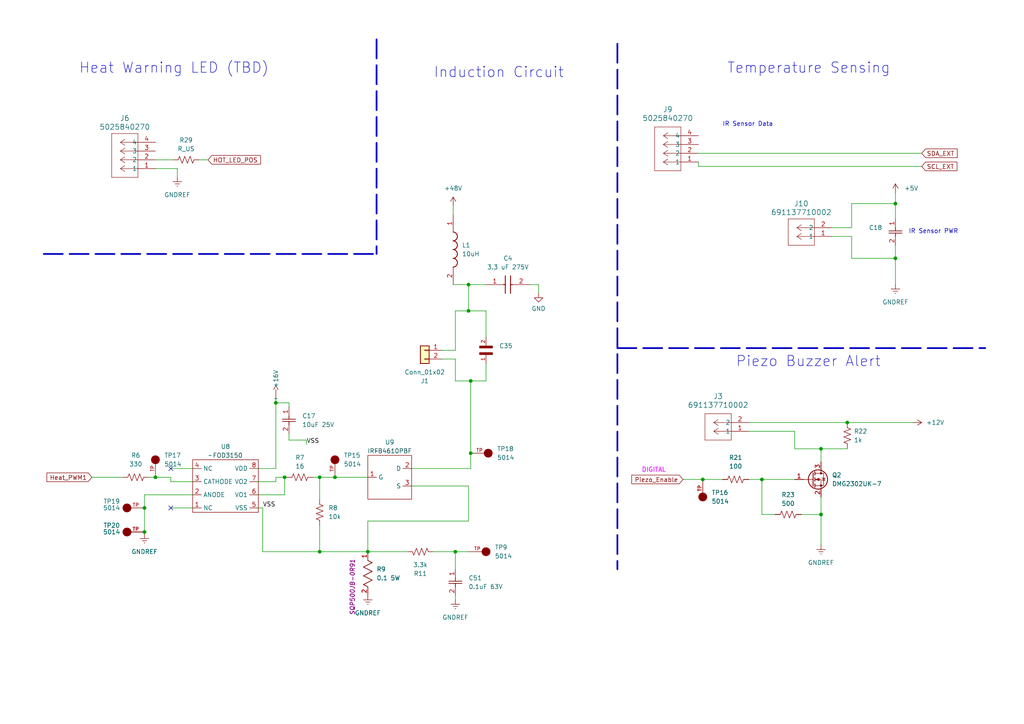
<source format=kicad_sch>
(kicad_sch (version 20230121) (generator eeschema)
  (paper "A4")
  (lib_symbols
    (symbol "2023-11-09_20-43-14:UVZ1E100MDD" (pin_names (offset 0.254))
      (property "Reference" "C" (at 3.81 3.81 0))
      (property "Value" "UVZ1E100MDD" (at 3.81 -3.81 0))
      (symbol "UVZ1E100MDD_1_1"
        (polyline (pts (xy 2.54 0) (xy 3.4798 0)) (stroke (width 0.2032)))
        (polyline (pts (xy 3.4798 -1.905) (xy 3.4798 1.905)) (stroke (width 0.2032)))
        (polyline (pts (xy 4.1148 -1.905) (xy 4.1148 1.905)) (stroke (width 0.2032)))
        (polyline (pts (xy 4.1148 0) (xy 5.08 0)) (stroke (width 0.2032)))
        (pin unspecified line (at 0 0 0) (length 2.54) (name "") (number "1"))
        (pin unspecified line (at 7.62 0 180) (length 2.54) (name "") (number "2"))
      )
      (symbol "UVZ1E100MDD_1_2"
        (polyline (pts (xy -1.905 -4.1148) (xy 1.905 -4.1148)) (stroke (width 0.2032)))
        (polyline (pts (xy -1.905 -3.4798) (xy 1.905 -3.4798)) (stroke (width 0.2032)))
        (polyline (pts (xy 0 -4.1148) (xy 0 -5.08)) (stroke (width 0.2032)))
        (polyline (pts (xy 0 -2.54) (xy 0 -3.4798)) (stroke (width 0.2032)))
        (pin unspecified line (at 0 0 270) (length 2.54) (name "") (number "1"))
        (pin unspecified line (at 0 -7.62 90) (length 2.54) (name "") (number "2"))
      )
    )
    (symbol "2023-11-09_20-51-41:860020772001" (pin_names (offset 0.254))
      (property "Reference" "C" (at 3.81 3.81 0))
      (property "Value" "860020772001" (at 3.81 -3.81 0))
      (symbol "860020772001_1_1"
        (polyline (pts (xy 2.54 0) (xy 3.4798 0)) (stroke (width 0.2032)))
        (polyline (pts (xy 3.4798 -1.905) (xy 3.4798 1.905)) (stroke (width 0.2032)))
        (polyline (pts (xy 4.1148 -1.905) (xy 4.1148 1.905)) (stroke (width 0.2032)))
        (polyline (pts (xy 4.1148 0) (xy 5.08 0)) (stroke (width 0.2032)))
        (pin unspecified line (at 0 0 0) (length 2.54) (name "") (number "1"))
        (pin unspecified line (at 7.62 0 180) (length 2.54) (name "") (number "2"))
      )
      (symbol "860020772001_1_2"
        (polyline (pts (xy -1.905 -4.1148) (xy 1.905 -4.1148)) (stroke (width 0.2032)))
        (polyline (pts (xy -1.905 -3.4798) (xy 1.905 -3.4798)) (stroke (width 0.2032)))
        (polyline (pts (xy 0 -4.1148) (xy 0 -5.08)) (stroke (width 0.2032)))
        (polyline (pts (xy 0 -2.54) (xy 0 -3.4798)) (stroke (width 0.2032)))
        (pin unspecified line (at 0 0 270) (length 2.54) (name "") (number "1"))
        (pin unspecified line (at 0 -7.62 90) (length 2.54) (name "") (number "2"))
      )
    )
    (symbol "2023-11-09_21-42-51:SQP500JB-0R91" (pin_names (offset 0.254))
      (property "Reference" "R" (at 5.715 3.81 0))
      (property "Value" "SQP500JB-0R91" (at 6.35 -3.81 0))
      (symbol "SQP500JB-0R91_1_1"
        (polyline (pts (xy 2.54 0) (xy 3.175 1.27)) (stroke (width 0.2032)))
        (polyline (pts (xy 3.175 1.27) (xy 4.445 -1.27)) (stroke (width 0.2032)))
        (polyline (pts (xy 4.445 -1.27) (xy 5.715 1.27)) (stroke (width 0.2032)))
        (polyline (pts (xy 5.715 1.27) (xy 6.985 -1.27)) (stroke (width 0.2032)))
        (polyline (pts (xy 6.985 -1.27) (xy 8.255 1.27)) (stroke (width 0.2032)))
        (polyline (pts (xy 8.255 1.27) (xy 9.525 -1.27)) (stroke (width 0.2032)))
        (polyline (pts (xy 9.525 -1.27) (xy 10.16 0)) (stroke (width 0.2032)))
        (pin unspecified line (at 0 0 0) (length 2.54) (name "") (number "1"))
        (pin unspecified line (at 12.7 0 180) (length 2.54) (name "") (number "2"))
      )
      (symbol "SQP500JB-0R91_1_2"
        (polyline (pts (xy -1.27 3.175) (xy 1.27 4.445)) (stroke (width 0.2032)))
        (polyline (pts (xy -1.27 5.715) (xy 1.27 6.985)) (stroke (width 0.2032)))
        (polyline (pts (xy -1.27 8.255) (xy 1.27 9.525)) (stroke (width 0.2032)))
        (polyline (pts (xy 0 2.54) (xy -1.27 3.175)) (stroke (width 0.2032)))
        (polyline (pts (xy 1.27 4.445) (xy -1.27 5.715)) (stroke (width 0.2032)))
        (polyline (pts (xy 1.27 6.985) (xy -1.27 8.255)) (stroke (width 0.2032)))
        (polyline (pts (xy 1.27 9.525) (xy 0 10.16)) (stroke (width 0.2032)))
        (pin unspecified line (at 0 12.7 270) (length 2.54) (name "") (number "1"))
        (pin unspecified line (at 0 0 90) (length 2.54) (name "") (number "2"))
      )
    )
    (symbol "2024-03-03_19-32-21:691137710002" (pin_names (offset 0.254))
      (property "Reference" "J" (at 8.89 6.35 0))
      (property "Value" "691137710002" (at 0 0 0))
      (symbol "691137710002_0_1"
        (polyline (pts (xy 5.08 -5.08) (xy 12.7 -5.08)) (stroke (width 0.127)))
        (polyline (pts (xy 5.08 2.54) (xy 5.08 -5.08)) (stroke (width 0.127)))
        (polyline (pts (xy 10.16 -2.54) (xy 5.08 -2.54)) (stroke (width 0.127)))
        (polyline (pts (xy 10.16 -2.54) (xy 8.89 -3.3867)) (stroke (width 0.127)))
        (polyline (pts (xy 10.16 -2.54) (xy 8.89 -1.6933)) (stroke (width 0.127)))
        (polyline (pts (xy 10.16 0) (xy 5.08 0)) (stroke (width 0.127)))
        (polyline (pts (xy 10.16 0) (xy 8.89 -0.8467)) (stroke (width 0.127)))
        (polyline (pts (xy 10.16 0) (xy 8.89 0.8467)) (stroke (width 0.127)))
        (polyline (pts (xy 12.7 -5.08) (xy 12.7 2.54)) (stroke (width 0.127)))
        (polyline (pts (xy 12.7 2.54) (xy 5.08 2.54)) (stroke (width 0.127)))
        (pin unspecified line (at 0 0 0) (length 5.08) (name "1") (number "1"))
        (pin unspecified line (at 0 -2.54 0) (length 5.08) (name "2") (number "2"))
      )
    )
    (symbol "5014:5014" (pin_names (offset 1.016))
      (property "Reference" "TP" (at -2.5444 2.5415 0))
      (property "Value" "5014" (at -2.55 -5.0866 0))
      (symbol "5014_0_0"
        (circle (center 0 0) (radius 0.635) (stroke (width 1.27)))
        (pin passive line (at -5.08 0 0) (length 5.08) (name "~") (number "TP"))
      )
    )
    (symbol "Connector_Generic:Conn_01x02" (pin_names (offset 1.016) hide)
      (property "Reference" "J" (at 0 2.54 0))
      (property "Value" "Conn_01x02" (at 0 -5.08 0))
      (symbol "Conn_01x02_1_1"
        (rectangle (start -1.27 -2.413) (end 0 -2.667) (stroke (width 0.1524)))
        (rectangle (start -1.27 0.127) (end 0 -0.127) (stroke (width 0.1524)))
        (rectangle (start -1.27 1.27) (end 1.27 -3.81) (stroke (width 0.254)) (fill (type background)))
        (pin passive line (at -5.08 0 0) (length 3.81) (name "Pin_1") (number "1"))
        (pin passive line (at -5.08 -2.54 0) (length 3.81) (name "Pin_2") (number "2"))
      )
    )
    (symbol "Device:R_US" (pin_numbers hide) (pin_names (offset 0))
      (property "Reference" "R" (at 2.54 0 90))
      (property "Value" "R_US" (at -2.54 0 90))
      (symbol "R_US_0_1"
        (polyline (pts (xy 0 -2.286) (xy 0 -2.54)))
        (polyline (pts (xy 0 2.286) (xy 0 2.54)))
        (polyline (pts (xy 0 -0.762) (xy 1.016 -1.143) (xy 0 -1.524) (xy -1.016 -1.905) (xy 0 -2.286)))
        (polyline (pts (xy 0 0.762) (xy 1.016 0.381) (xy 0 0) (xy -1.016 -0.381) (xy 0 -0.762)))
        (polyline (pts (xy 0 2.286) (xy 1.016 1.905) (xy 0 1.524) (xy -1.016 1.143) (xy 0 0.762)))
      )
      (symbol "R_US_1_1"
        (pin passive line (at 0 3.81 270) (length 1.27) (name "~") (number "1"))
        (pin passive line (at 0 -3.81 90) (length 1.27) (name "~") (number "2"))
      )
    )
    (symbol "ECQUAAF335LD:ECQUAAF335LD" (pin_names hide)
      (property "Reference" "C" (at 8.89 6.35 0))
      (property "Value" "ECQUAAF335LD" (at 8.89 3.81 0))
      (symbol "ECQUAAF335LD_1_1"
        (polyline (pts (xy 5.08 0) (xy 5.588 0)) (stroke (width 0.254)))
        (polyline (pts (xy 5.588 2.54) (xy 5.588 -2.54)) (stroke (width 0.254)))
        (polyline (pts (xy 7.112 0) (xy 7.62 0)) (stroke (width 0.254)))
        (polyline (pts (xy 7.112 2.54) (xy 7.112 -2.54)) (stroke (width 0.254)))
        (pin passive line (at 0 0 0) (length 5.08) (name "1") (number "1"))
        (pin passive line (at 12.7 0 180) (length 5.08) (name "2") (number "2"))
      )
    )
    (symbol "ECWF6754HL:ECWF6754HL" (pin_names (offset 1.016))
      (property "Reference" "C" (at 0 3.8109 0))
      (property "Value" "ECWF6754HL" (at 0 -5.0885 0))
      (symbol "ECWF6754HL_0_0"
        (rectangle (start 0 -1.9069) (end 0.635 1.905) (stroke (width 0.1)) (fill (type outline)))
        (rectangle (start 1.9069 -1.9069) (end 2.54 1.905) (stroke (width 0.1)) (fill (type outline)))
        (pin passive line (at -2.54 0 0) (length 2.54) (name "~") (number "1"))
        (pin passive line (at 5.08 0 180) (length 2.54) (name "~") (number "2"))
      )
    )
    (symbol "New_Library:IRFB4610PBF"
      (property "Reference" "U9" (at 3.81 3.81 0))
      (property "Value" "~" (at 0 0 0))
      (symbol "IRFB4610PBF_0_1"
        (rectangle (start -2.54 -1.27) (end 10.16 -13.97))
      )
      (symbol "IRFB4610PBF_1_1"
        (text "IRFB4610PBF" (at 3.81 0 0) (effects (font (size 1.27 1.27))))
        (pin unspecified line (at -2.54 -7.62 0) (length 2.54) (name "G") (number "1"))
        (pin unspecified line (at 10.16 -5.08 180) (length 2.54) (name "D") (number "2"))
        (pin unspecified line (at 10.16 -10.16 180) (length 2.54) (name "S") (number "3"))
      )
    )
    (symbol "New_Library_0:FOD3150"
      (property "Reference" "U" (at 5.08 2.54 0))
      (symbol "FOD3150_0_1"
        (rectangle (start -5.08 -1.27) (end 13.97 -16.51))
      )
      (symbol "FOD3150_1_1"
        (text "FOD3150" (at 5.08 0 0) (effects (font (size 1.27 1.27))))
        (pin input line (at -5.08 -15.24 0) (length 2.54) (name "NC") (number "1"))
        (pin input line (at -5.08 -11.43 0) (length 2.54) (name "ANODE") (number "2"))
        (pin input line (at -5.08 -7.62 0) (length 2.54) (name "CATHODE") (number "3"))
        (pin input line (at -5.08 -3.81 0) (length 2.54) (name "NC") (number "4"))
        (pin input line (at 13.97 -15.24 180) (length 2.54) (name "VSS") (number "5"))
        (pin output line (at 13.97 -11.43 180) (length 2.54) (name "VO1") (number "6"))
        (pin output line (at 13.97 -7.62 180) (length 2.54) (name "VO2") (number "7"))
        (pin input line (at 13.97 -3.81 180) (length 2.54) (name "VDD") (number "8"))
      )
    )
    (symbol "SRP1770CC-100M:SRP1770CC-100M" (pin_names hide)
      (property "Reference" "L" (at 16.51 6.35 0))
      (property "Value" "SRP1770CC-100M" (at 16.51 3.81 0))
      (symbol "SRP1770CC-100M_1_1"
        (arc (start 7.62 0) (mid 6.35 1.219) (end 5.08 0) (stroke (width 0.254)))
        (arc (start 10.16 0) (mid 8.89 1.219) (end 7.62 0) (stroke (width 0.254)))
        (arc (start 12.7 0) (mid 11.43 1.219) (end 10.16 0) (stroke (width 0.254)))
        (arc (start 15.24 0) (mid 13.97 1.219) (end 12.7 0) (stroke (width 0.254)))
        (pin passive line (at 0 0 0) (length 5.08) (name "1") (number "1"))
        (pin passive line (at 20.32 0 180) (length 5.08) (name "2") (number "2"))
      )
    )
    (symbol "Transistor_FET:DMG2302U" (pin_names hide)
      (property "Reference" "Q" (at 5.08 1.905 0))
      (property "Value" "DMG2302U" (at 5.08 0 0))
      (symbol "DMG2302U_0_1"
        (polyline (pts (xy 0.254 0) (xy -2.54 0)))
        (polyline (pts (xy 0.254 1.905) (xy 0.254 -1.905)) (stroke (width 0.254)))
        (polyline (pts (xy 0.762 -1.27) (xy 0.762 -2.286)) (stroke (width 0.254)))
        (polyline (pts (xy 0.762 0.508) (xy 0.762 -0.508)) (stroke (width 0.254)))
        (polyline (pts (xy 0.762 2.286) (xy 0.762 1.27)) (stroke (width 0.254)))
        (polyline (pts (xy 2.54 2.54) (xy 2.54 1.778)))
        (polyline (pts (xy 2.54 -2.54) (xy 2.54 0) (xy 0.762 0)))
        (polyline (pts (xy 0.762 -1.778) (xy 3.302 -1.778) (xy 3.302 1.778) (xy 0.762 1.778)))
        (polyline (pts (xy 1.016 0) (xy 2.032 0.381) (xy 2.032 -0.381) (xy 1.016 0)) (fill (type outline)))
        (polyline (pts (xy 2.794 0.508) (xy 2.921 0.381) (xy 3.683 0.381) (xy 3.81 0.254)))
        (polyline (pts (xy 3.302 0.381) (xy 2.921 -0.254) (xy 3.683 -0.254) (xy 3.302 0.381)))
        (circle (center 1.651 0) (radius 2.794) (stroke (width 0.254)))
        (circle (center 2.54 -1.778) (radius 0.254) (fill (type outline)))
        (circle (center 2.54 1.778) (radius 0.254) (fill (type outline)))
      )
      (symbol "DMG2302U_1_1"
        (pin input line (at -5.08 0 0) (length 2.54) (name "G") (number "1"))
        (pin passive line (at 2.54 -5.08 90) (length 2.54) (name "S") (number "2"))
        (pin passive line (at 2.54 5.08 270) (length 2.54) (name "D") (number "3"))
      )
    )
    (symbol "molex-2pos:5025840270" (pin_names (offset 0.254))
      (property "Reference" "J" (at 8.89 6.35 0))
      (property "Value" "5025840270" (at 0 0 0))
      (symbol "5025840270_1_1"
        (polyline (pts (xy 5.08 -10.16) (xy 12.7 -10.16)) (stroke (width 0.127)))
        (polyline (pts (xy 5.08 2.54) (xy 5.08 -10.16)) (stroke (width 0.127)))
        (polyline (pts (xy 10.16 -7.62) (xy 5.08 -7.62)) (stroke (width 0.127)))
        (polyline (pts (xy 10.16 -7.62) (xy 8.89 -8.4667)) (stroke (width 0.127)))
        (polyline (pts (xy 10.16 -7.62) (xy 8.89 -6.7733)) (stroke (width 0.127)))
        (polyline (pts (xy 10.16 -5.08) (xy 5.08 -5.08)) (stroke (width 0.127)))
        (polyline (pts (xy 10.16 -5.08) (xy 8.89 -5.9267)) (stroke (width 0.127)))
        (polyline (pts (xy 10.16 -5.08) (xy 8.89 -4.2333)) (stroke (width 0.127)))
        (polyline (pts (xy 10.16 -2.54) (xy 5.08 -2.54)) (stroke (width 0.127)))
        (polyline (pts (xy 10.16 -2.54) (xy 8.89 -3.3867)) (stroke (width 0.127)))
        (polyline (pts (xy 10.16 -2.54) (xy 8.89 -1.6933)) (stroke (width 0.127)))
        (polyline (pts (xy 10.16 0) (xy 5.08 0)) (stroke (width 0.127)))
        (polyline (pts (xy 10.16 0) (xy 8.89 -0.8467)) (stroke (width 0.127)))
        (polyline (pts (xy 10.16 0) (xy 8.89 0.8467)) (stroke (width 0.127)))
        (polyline (pts (xy 12.7 -10.16) (xy 12.7 2.54)) (stroke (width 0.127)))
        (polyline (pts (xy 12.7 2.54) (xy 5.08 2.54)) (stroke (width 0.127)))
        (pin unspecified line (at 0 0 0) (length 5.08) (name "1") (number "1"))
        (pin unspecified line (at 0 -2.54 0) (length 5.08) (name "2") (number "2"))
        (pin unspecified line (at 0 -5.08 0) (length 5.08) (name "3") (number "3"))
        (pin unspecified line (at 0 -7.62 0) (length 5.08) (name "4") (number "4"))
      )
      (symbol "5025840270_1_2"
        (polyline (pts (xy 5.08 -10.16) (xy 12.7 -10.16)) (stroke (width 0.127)))
        (polyline (pts (xy 5.08 2.54) (xy 5.08 -10.16)) (stroke (width 0.127)))
        (polyline (pts (xy 7.62 -7.62) (xy 5.08 -7.62)) (stroke (width 0.127)))
        (polyline (pts (xy 7.62 -7.62) (xy 8.89 -8.4667)) (stroke (width 0.127)))
        (polyline (pts (xy 7.62 -7.62) (xy 8.89 -6.7733)) (stroke (width 0.127)))
        (polyline (pts (xy 7.62 -5.08) (xy 5.08 -5.08)) (stroke (width 0.127)))
        (polyline (pts (xy 7.62 -5.08) (xy 8.89 -5.9267)) (stroke (width 0.127)))
        (polyline (pts (xy 7.62 -5.08) (xy 8.89 -4.2333)) (stroke (width 0.127)))
        (polyline (pts (xy 7.62 -2.54) (xy 5.08 -2.54)) (stroke (width 0.127)))
        (polyline (pts (xy 7.62 -2.54) (xy 8.89 -3.3867)) (stroke (width 0.127)))
        (polyline (pts (xy 7.62 -2.54) (xy 8.89 -1.6933)) (stroke (width 0.127)))
        (polyline (pts (xy 7.62 0) (xy 5.08 0)) (stroke (width 0.127)))
        (polyline (pts (xy 7.62 0) (xy 8.89 -0.8467)) (stroke (width 0.127)))
        (polyline (pts (xy 7.62 0) (xy 8.89 0.8467)) (stroke (width 0.127)))
        (polyline (pts (xy 12.7 -10.16) (xy 12.7 2.54)) (stroke (width 0.127)))
        (polyline (pts (xy 12.7 2.54) (xy 5.08 2.54)) (stroke (width 0.127)))
        (pin unspecified line (at 0 0 0) (length 5.08) (name "1") (number "1"))
        (pin unspecified line (at 0 -2.54 0) (length 5.08) (name "2") (number "2"))
        (pin unspecified line (at 0 -5.08 0) (length 5.08) (name "3") (number "3"))
        (pin unspecified line (at 0 -7.62 0) (length 5.08) (name "4") (number "4"))
      )
    )
    (symbol "more_powerSymbols:+16V" (power) (in_bom no) (on_board no)
      (property "Reference" "#PWR" (at 3.81 -1.27 0))
      (symbol "+16V_1_1"
        (pin power_in clock (at 0 0 90) (length 2.54) (name "+16V") (number ""))
      )
    )
    (symbol "power:+12V" (power) (pin_names (offset 0))
      (property "Value" "+12V" (at 0 3.556 0))
      (symbol "+12V_0_1"
        (polyline (pts (xy -0.762 1.27) (xy 0 2.54)))
        (polyline (pts (xy 0 0) (xy 0 2.54)))
        (polyline (pts (xy 0 2.54) (xy 0.762 1.27)))
      )
      (symbol "+12V_1_1"
        (pin power_in line (at 0 0 90) (length 0) hide (name "+12V") (number "1"))
      )
    )
    (symbol "power:+48V" (power) (pin_names (offset 0))
      (property "Value" "+48V" (at 0 3.556 0))
      (symbol "+48V_0_1"
        (polyline (pts (xy -0.762 1.27) (xy 0 2.54)))
        (polyline (pts (xy 0 0) (xy 0 2.54)))
        (polyline (pts (xy 0 2.54) (xy 0.762 1.27)))
      )
      (symbol "+48V_1_1"
        (pin power_in line (at 0 0 90) (length 0) hide (name "+48V") (number "1"))
      )
    )
    (symbol "power:+5V" (power) (pin_names (offset 0))
      (property "Value" "+5V" (at 0 3.556 0))
      (symbol "+5V_0_1"
        (polyline (pts (xy -0.762 1.27) (xy 0 2.54)))
        (polyline (pts (xy 0 0) (xy 0 2.54)))
        (polyline (pts (xy 0 2.54) (xy 0.762 1.27)))
      )
      (symbol "+5V_1_1"
        (pin power_in line (at 0 0 90) (length 0) hide (name "+5V") (number "1"))
      )
    )
    (symbol "power:GND" (power) (pin_names (offset 0))
      (property "Value" "GND" (at 0 -3.81 0))
      (symbol "GND_0_1"
        (polyline (pts (xy 0 0) (xy 0 -1.27) (xy 1.27 -1.27) (xy 0 -2.54) (xy -1.27 -1.27) (xy 0 -1.27)))
      )
      (symbol "GND_1_1"
        (pin power_in line (at 0 0 270) (length 0) hide (name "GND") (number "1"))
      )
    )
    (symbol "power:GNDREF" (power) (pin_names (offset 0))
      (property "Value" "GNDREF" (at 0 -3.81 0))
      (symbol "GNDREF_0_1"
        (polyline (pts (xy -0.635 -1.905) (xy 0.635 -1.905)))
        (polyline (pts (xy -0.127 -2.54) (xy 0.127 -2.54)))
        (polyline (pts (xy 0 -1.27) (xy 0 0)))
        (polyline (pts (xy 1.27 -1.27) (xy -1.27 -1.27)))
      )
      (symbol "GNDREF_1_1"
        (pin power_in line (at 0 0 270) (length 0) hide (name "GNDREF") (number "1"))
      )
    )
  )
  (junction (at 238.125 130.175))
  (junction (at 92.71 138.43))
  (junction (at 45.085 138.43))
  (junction (at 259.715 59.055))
  (junction (at 245.745 122.555))
  (junction (at 203.835 139.065))
  (junction (at 82.55 138.43))
  (junction (at 259.715 74.93))
  (junction (at 97.155 138.43))
  (junction (at 41.91 147.32))
  (junction (at 238.125 149.225))
  (junction (at 92.71 160.02))
  (junction (at 41.91 154.305))
  (junction (at 106.68 160.02))
  (junction (at 136.525 110.49))
  (junction (at 220.98 139.065))
  (junction (at 80.01 116.84))
  (junction (at 135.89 82.55))
  (junction (at 132.08 160.02))
  (junction (at 136.525 131.445))
  (junction (at 135.89 90.17))
  (no_connect (at 49.53 147.32))
  (no_connect (at 49.53 135.89))
  (wire (pts (xy 230.505 125.095) (xy 230.505 130.175)))
  (wire (pts (xy 26.67 138.43) (xy 35.56 138.43)))
  (wire (pts (xy 247.015 68.58) (xy 247.015 74.93)))
  (wire (pts (xy 238.125 130.175) (xy 245.745 130.175)))
  (wire (pts (xy 41.91 154.305) (xy 41.91 154.94)))
  (wire (pts (xy 92.71 152.4) (xy 92.71 160.02)))
  (wire (pts (xy 136.525 110.49) (xy 140.97 110.49)))
  (wire (pts (xy 259.715 74.93) (xy 259.715 82.55)))
  (wire (pts (xy 43.18 138.43) (xy 45.085 138.43)))
  (wire (pts (xy 106.68 151.13) (xy 106.68 160.02)))
  (wire (pts (xy 106.68 160.02) (xy 118.11 160.02)))
  (wire (pts (xy 232.41 149.225) (xy 238.125 149.225)))
  (wire (pts (xy 83.82 116.84) (xy 83.82 118.11)))
  (wire (pts (xy 74.93 139.7) (xy 80.01 139.7)))
  (wire (pts (xy 128.27 104.14) (xy 132.08 104.14)))
  (wire (pts (xy 135.89 90.17) (xy 140.97 90.17)))
  (wire (pts (xy 83.82 127.635) (xy 83.82 125.73)))
  (wire (pts (xy 202.565 48.26) (xy 202.565 46.99)))
  (wire (pts (xy 41.91 143.51) (xy 41.91 147.32)))
  (wire (pts (xy 202.565 44.45) (xy 267.335 44.45)))
  (wire (pts (xy 135.89 140.97) (xy 135.89 151.13)))
  (wire (pts (xy 49.53 135.89) (xy 55.88 135.89)))
  (wire (pts (xy 247.015 74.93) (xy 259.715 74.93)))
  (wire (pts (xy 97.155 138.43) (xy 106.68 138.43)))
  (wire (pts (xy 238.125 144.145) (xy 238.125 149.225)))
  (wire (pts (xy 74.93 135.89) (xy 80.01 135.89)))
  (wire (pts (xy 51.435 48.895) (xy 45.085 48.895)))
  (wire (pts (xy 202.565 48.26) (xy 267.335 48.26)))
  (wire (pts (xy 132.08 172.72) (xy 132.08 173.99)))
  (wire (pts (xy 41.91 147.32) (xy 41.91 154.305)))
  (wire (pts (xy 80.01 116.84) (xy 80.01 135.89)))
  (wire (pts (xy 241.3 66.04) (xy 247.015 66.04)))
  (wire (pts (xy 238.125 130.175) (xy 238.125 133.985)))
  (wire (pts (xy 125.73 160.02) (xy 132.08 160.02)))
  (wire (pts (xy 119.38 135.89) (xy 136.525 135.89)))
  (wire (pts (xy 220.98 139.065) (xy 230.505 139.065)))
  (wire (pts (xy 135.89 151.13) (xy 106.68 151.13)))
  (wire (pts (xy 140.97 105.41) (xy 140.97 110.49)))
  (wire (pts (xy 259.715 55.88) (xy 259.715 59.055)))
  (wire (pts (xy 217.17 139.065) (xy 220.98 139.065)))
  (wire (pts (xy 247.015 66.04) (xy 247.015 59.055)))
  (wire (pts (xy 88.9 127.635) (xy 83.82 127.635)))
  (wire (pts (xy 132.08 90.17) (xy 135.89 90.17)))
  (wire (pts (xy 83.82 116.84) (xy 80.01 116.84)))
  (wire (pts (xy 230.505 130.175) (xy 238.125 130.175)))
  (wire (pts (xy 132.08 90.17) (xy 132.08 101.6)))
  (wire (pts (xy 55.88 139.7) (xy 49.53 139.7)))
  (wire (pts (xy 76.2 160.02) (xy 76.2 147.32)))
  (wire (pts (xy 80.01 138.43) (xy 82.55 138.43)))
  (wire (pts (xy 80.01 139.7) (xy 80.01 138.43)))
  (wire (pts (xy 238.125 149.225) (xy 238.125 158.115)))
  (wire (pts (xy 51.435 48.895) (xy 51.435 51.435)))
  (wire (pts (xy 136.525 110.49) (xy 136.525 131.445)))
  (wire (pts (xy 259.715 71.12) (xy 259.715 74.93)))
  (wire (pts (xy 41.91 143.51) (xy 55.88 143.51)))
  (wire (pts (xy 140.97 82.55) (xy 135.89 82.55)))
  (wire (pts (xy 135.89 82.55) (xy 135.89 90.17)))
  (wire (pts (xy 156.21 82.55) (xy 156.21 85.09)))
  (polyline (pts (xy 179.07 12.7) (xy 179.07 165.1)) (stroke (width 0.5) (type dash)))
  (wire (pts (xy 119.38 140.97) (xy 135.89 140.97)))
  (wire (pts (xy 217.17 125.095) (xy 230.505 125.095)))
  (wire (pts (xy 153.67 82.55) (xy 156.21 82.55)))
  (wire (pts (xy 90.805 138.43) (xy 92.71 138.43)))
  (wire (pts (xy 132.08 104.14) (xy 132.08 110.49)))
  (polyline (pts (xy 109.22 11.43) (xy 109.22 73.66)) (stroke (width 0.5) (type dash)))
  (wire (pts (xy 131.445 59.69) (xy 131.445 62.23)))
  (wire (pts (xy 45.085 138.43) (xy 49.53 138.43)))
  (wire (pts (xy 198.12 139.065) (xy 203.835 139.065)))
  (wire (pts (xy 241.3 68.58) (xy 247.015 68.58)))
  (polyline (pts (xy 12.7 73.66) (xy 109.22 73.66)) (stroke (width 0.5) (type dash)))
  (wire (pts (xy 203.835 139.065) (xy 209.55 139.065)))
  (wire (pts (xy 57.785 46.355) (xy 60.325 46.355)))
  (wire (pts (xy 131.445 82.55) (xy 135.89 82.55)))
  (wire (pts (xy 132.08 101.6) (xy 128.27 101.6)))
  (wire (pts (xy 45.085 46.355) (xy 50.165 46.355)))
  (wire (pts (xy 76.2 160.02) (xy 92.71 160.02)))
  (wire (pts (xy 88.9 127.635) (xy 88.9 128.905)))
  (wire (pts (xy 217.17 122.555) (xy 245.745 122.555)))
  (wire (pts (xy 92.71 138.43) (xy 92.71 144.78)))
  (wire (pts (xy 92.71 138.43) (xy 97.155 138.43)))
  (wire (pts (xy 80.01 115.57) (xy 80.01 116.84)))
  (wire (pts (xy 132.08 110.49) (xy 136.525 110.49)))
  (wire (pts (xy 49.53 147.32) (xy 55.88 147.32)))
  (wire (pts (xy 245.745 122.555) (xy 264.795 122.555)))
  (wire (pts (xy 220.98 149.225) (xy 220.98 139.065)))
  (wire (pts (xy 140.97 90.17) (xy 140.97 97.79)))
  (wire (pts (xy 49.53 139.7) (xy 49.53 138.43)))
  (wire (pts (xy 224.79 149.225) (xy 220.98 149.225)))
  (wire (pts (xy 82.55 143.51) (xy 82.55 138.43)))
  (wire (pts (xy 136.525 131.445) (xy 136.525 135.89)))
  (wire (pts (xy 82.55 138.43) (xy 83.185 138.43)))
  (wire (pts (xy 76.2 147.32) (xy 74.93 147.32)))
  (wire (pts (xy 132.08 160.02) (xy 132.08 165.1)))
  (wire (pts (xy 92.71 160.02) (xy 106.68 160.02)))
  (polyline (pts (xy 179.07 100.965) (xy 285.75 100.965)) (stroke (width 0.5) (type dash)))
  (wire (pts (xy 247.015 59.055) (xy 259.715 59.055)))
  (wire (pts (xy 259.715 59.055) (xy 259.715 63.5)))
  (wire (pts (xy 74.93 143.51) (xy 82.55 143.51)))
  (wire (pts (xy 132.08 160.02) (xy 135.89 160.02)))
  (text "DIGITAL" (at 186.055 137.16 0) (effects (font (size 1.27 1.27) bold) (justify left bottom)))
  (text "Heat Warning LED (TBD)" (at 22.86 21.59 0) (effects (font (size 3 3)) (justify left bottom)))
  (text "IR Sensor Data\n" (at 209.55 36.83 0) (effects (font (size 1.27 1.27)) (justify left bottom)))
  (text "IR Sensor PWR" (at 263.525 67.945 0) (effects (font (size 1.27 1.27)) (justify left bottom)))
  (text "Induction Circuit" (at 125.73 22.86 0) (effects (font (size 3 3)) (justify left bottom)))
  (text "Temperature Sensing" (at 210.82 21.59 0) (effects (font (size 3 3)) (justify left bottom)))
  (text "Piezo Buzzer Alert" (at 213.36 106.68 0) (effects (font (size 3 3)) (justify left bottom)))
  (label "VSS" (at 88.9 128.905 0))
  (label "VSS" (at 76.2 147.32 0))
  (global_label "Heat_PWM1" (shape input) (at 26.67 138.43 180) (property "Intersheetrefs" "${INTERSHEET_REFS}" (effects hide)))
  (global_label "HOT_LED_POS" (shape input) (at 60.325 46.355 0) (property "Intersheetrefs" "${INTERSHEET_REFS}" (effects hide)))
  (global_label "SDA_EXT" (shape input) (at 267.335 44.45 0) (property "Intersheetrefs" "${INTERSHEET_REFS}" (effects hide)))
  (global_label "Piezo_Enable" (shape input) (at 198.12 139.065 180) (property "Intersheetrefs" "${INTERSHEET_REFS}" (effects hide)))
  (global_label "SCL_EXT" (shape input) (at 267.335 48.26 0) (property "Intersheetrefs" "${INTERSHEET_REFS}" (effects hide)))
  (symbol (lib_id "New_Library:IRFB4610PBF") (at 109.22 130.81 0) (unit 1)
    (property "Reference" "U9" (at 113.03 128.27 0))
    (property "Value" "~" (at 109.22 130.81 0))
    (property "Footprint" "footprints:IRFB4610PBF" (effects hide))
  )
  (symbol (lib_id "Connector_Generic:Conn_01x02") (at 123.19 101.6 0) (mirror y) (unit 1)
    (property "Reference" "J1" (at 123.19 110.49 0))
    (property "Value" "Conn_01x02" (at 123.19 107.95 0))
    (property "Footprint" "footprints:CONN2_710002_WRE" (effects hide))
  )
  (symbol (lib_id "power:+48V") (at 131.445 59.69 0) (unit 1)
    (property "Reference" "#PWR021" (effects hide))
    (property "Value" "+48V" (at 131.445 54.61 0))
  )
  (symbol (lib_id "Device:R_US") (at 121.92 160.02 90) (mirror x) (unit 1)
    (property "Reference" "R11" (at 121.92 166.37 90))
    (property "Value" "3.3k" (at 121.92 163.83 90))
    (property "Footprint" "footprints:RESC2012X60N" (effects hide))
  )
  (symbol (lib_id "5014:5014") (at 97.155 133.35 90) (unit 1)
    (property "Reference" "TP15" (at 99.695 132.08 90) (effects (justify right)))
    (property "Value" "5014" (at 99.695 134.62 90) (effects (justify right)))
    (property "Footprint" "footprints:TP_5014" (effects hide))
    (property "MF" "Keystone" (effects hide))
    (property "MAXIMUM_PACKAGE_HEIGHT" "8.13 mm" (effects hide))
    (property "Package" "None" (effects hide))
    (property "Price" "None" (effects hide))
    (property "Check_prices" "https://www.snapeda.com/parts/5014/Keystone/view-part/?ref=eda" (effects hide))
    (property "STANDARD" "Manufacturer Recommendations" (effects hide))
    (property "PARTREV" "F" (effects hide))
    (property "SnapEDA_Link" "https://www.snapeda.com/parts/5014/Keystone/view-part/?ref=snap" (effects hide))
    (property "MP" "5014" (effects hide))
    (property "Purchase-URL" "https://www.snapeda.com/api/url_track_click_mouser/?unipart_id=500798&manufacturer=Keystone&part_name=5014&search_term=	 pc test point multipurpos" (effects hide))
    (property "Description" "\nTest Point MultiPurpose THM H .445 Nylon 46 Insulated Yel PhosBronze/Silver | Keystone Electronics 5014\n" (effects hide))
    (property "MANUFACTURER" "Keystone Electronics" (effects hide))
    (property "Availability" "In Stock" (effects hide))
    (property "SNAPEDA_PN" "5010" (effects hide))
  )
  (symbol (lib_id "Device:R_US") (at 228.6 149.225 90) (unit 1)
    (property "Reference" "R23" (at 228.6 143.51 90))
    (property "Value" "500" (at 228.6 146.05 90))
    (property "Footprint" "footprints:RESC2012X60N" (effects hide))
  )
  (symbol (lib_id "5014:5014") (at 141.605 131.445 0) (unit 1)
    (property "Reference" "TP18" (at 144.145 130.175 0) (effects (justify left)))
    (property "Value" "5014" (at 144.145 132.715 0) (effects (justify left)))
    (property "Footprint" "footprints:TP_5014" (effects hide))
    (property "MF" "Keystone" (effects hide))
    (property "MAXIMUM_PACKAGE_HEIGHT" "8.13 mm" (effects hide))
    (property "Package" "None" (effects hide))
    (property "Price" "None" (effects hide))
    (property "Check_prices" "https://www.snapeda.com/parts/5014/Keystone/view-part/?ref=eda" (effects hide))
    (property "STANDARD" "Manufacturer Recommendations" (effects hide))
    (property "PARTREV" "F" (effects hide))
    (property "SnapEDA_Link" "https://www.snapeda.com/parts/5014/Keystone/view-part/?ref=snap" (effects hide))
    (property "MP" "5014" (effects hide))
    (property "Purchase-URL" "https://www.snapeda.com/api/url_track_click_mouser/?unipart_id=500798&manufacturer=Keystone&part_name=5014&search_term=	 pc test point multipurpos" (effects hide))
    (property "Description" "\nTest Point MultiPurpose THM H .445 Nylon 46 Insulated Yel PhosBronze/Silver | Keystone Electronics 5014\n" (effects hide))
    (property "MANUFACTURER" "Keystone Electronics" (effects hide))
    (property "Availability" "In Stock" (effects hide))
    (property "SNAPEDA_PN" "5010" (effects hide))
  )
  (symbol (lib_id "power:GNDREF") (at 238.125 158.115 0) (unit 1)
    (property "Reference" "#PWR066" (effects hide))
    (property "Value" "GNDREF" (at 238.125 163.195 0))
  )
  (symbol (lib_id "Device:R_US") (at 245.745 126.365 0) (unit 1)
    (property "Reference" "R22" (at 247.65 125.095 0) (effects (justify left)))
    (property "Value" "1k" (at 247.65 127.635 0) (effects (justify left)))
    (property "Footprint" "footprints:RESC2012X60N" (effects hide))
  )
  (symbol (lib_id "Device:R_US") (at 53.975 46.355 90) (unit 1)
    (property "Reference" "R29" (at 53.975 40.64 90))
    (property "Value" "R_US" (at 53.975 43.18 90))
    (property "Footprint" "footprints:RESC2012X60N" (effects hide))
  )
  (symbol (lib_id "5014:5014") (at 140.97 160.02 0) (unit 1)
    (property "Reference" "TP9" (at 143.51 158.75 0) (effects (justify left)))
    (property "Value" "5014" (at 143.51 161.29 0) (effects (justify left)))
    (property "Footprint" "footprints:TP_5014" (effects hide))
    (property "MF" "Keystone" (effects hide))
    (property "MAXIMUM_PACKAGE_HEIGHT" "8.13 mm" (effects hide))
    (property "Package" "None" (effects hide))
    (property "Price" "None" (effects hide))
    (property "Check_prices" "https://www.snapeda.com/parts/5014/Keystone/view-part/?ref=eda" (effects hide))
    (property "STANDARD" "Manufacturer Recommendations" (effects hide))
    (property "PARTREV" "F" (effects hide))
    (property "SnapEDA_Link" "https://www.snapeda.com/parts/5014/Keystone/view-part/?ref=snap" (effects hide))
    (property "MP" "5014" (effects hide))
    (property "Purchase-URL" "https://www.snapeda.com/api/url_track_click_mouser/?unipart_id=500798&manufacturer=Keystone&part_name=5014&search_term=	 pc test point multipurpos" (effects hide))
    (property "Description" "\nTest Point MultiPurpose THM H .445 Nylon 46 Insulated Yel PhosBronze/Silver | Keystone Electronics 5014\n" (effects hide))
    (property "MANUFACTURER" "Keystone Electronics" (effects hide))
    (property "Availability" "In Stock" (effects hide))
    (property "SNAPEDA_PN" "5010" (effects hide))
  )
  (symbol (lib_id "power:GNDREF") (at 41.91 154.94 0) (unit 1)
    (property "Reference" "#PWR017" (effects hide))
    (property "Value" "GNDREF" (at 41.91 160.02 0))
  )
  (symbol (lib_id "SRP1770CC-100M:SRP1770CC-100M") (at 131.445 62.23 270) (unit 1)
    (property "Reference" "L1" (at 133.985 71.12 90) (effects (justify left)))
    (property "Value" "10uH" (at 133.985 73.66 90) (effects (justify left)))
    (property "Footprint" "footprints:INDPM176169X700N" (effects hide))
    (property "Datasheet" "https://www.bourns.com/docs/Product-Datasheets/SRP1770CC.pdf" (effects hide))
    (property "Height" "7" (effects hide))
    (property "Manufacturer_Name" "Bourns" (effects hide))
    (property "Manufacturer_Part_Number" "SRP1770CC-100M" (effects hide))
  )
  (symbol (lib_id "2023-11-09_20-43-14:UVZ1E100MDD") (at 83.82 118.11 270) (unit 1)
    (property "Reference" "C17" (at 87.63 120.65 90) (effects (justify left)))
    (property "Value" "10uF 25V" (at 87.63 123.19 90) (effects (justify left)))
    (property "Footprint" "footprints:CAPC2012X94N" (effects hide))
    (property "Datasheet" "UVZ1E100MDD" (effects hide))
  )
  (symbol (lib_id "2023-11-09_21-42-51:SQP500JB-0R91") (at 106.68 160.02 270) (unit 1)
    (property "Reference" "R9" (at 109.22 165.1 90) (effects (justify left)))
    (property "Value" "0.1 5W" (at 109.22 167.64 90) (effects (justify left)))
    (property "Footprint" "footprints:RES_SQP500_22X9P5_YAG" (effects hide))
    (property "Datasheet" "SQP500JB-0R91" (at 102.235 170.18 0) (effects (font italic)))
  )
  (symbol (lib_id "power:GND") (at 156.21 85.09 0) (unit 1)
    (property "Reference" "#PWR019" (effects hide))
    (property "Value" "GND" (at 156.21 89.5096 0))
  )
  (symbol (lib_id "5014:5014") (at 203.835 144.145 270) (unit 1)
    (property "Reference" "TP16" (at 206.375 142.875 90) (effects (justify left)))
    (property "Value" "5014" (at 206.375 145.415 90) (effects (justify left)))
    (property "Footprint" "footprints:TP_5014" (effects hide))
    (property "MF" "Keystone" (effects hide))
    (property "MAXIMUM_PACKAGE_HEIGHT" "8.13 mm" (effects hide))
    (property "Package" "None" (effects hide))
    (property "Price" "None" (effects hide))
    (property "Check_prices" "https://www.snapeda.com/parts/5014/Keystone/view-part/?ref=eda" (effects hide))
    (property "STANDARD" "Manufacturer Recommendations" (effects hide))
    (property "PARTREV" "F" (effects hide))
    (property "SnapEDA_Link" "https://www.snapeda.com/parts/5014/Keystone/view-part/?ref=snap" (effects hide))
    (property "MP" "5014" (effects hide))
    (property "Purchase-URL" "https://www.snapeda.com/api/url_track_click_mouser/?unipart_id=500798&manufacturer=Keystone&part_name=5014&search_term=	 pc test point multipurpos" (effects hide))
    (property "Description" "\nTest Point MultiPurpose THM H .445 Nylon 46 Insulated Yel PhosBronze/Silver | Keystone Electronics 5014\n" (effects hide))
    (property "MANUFACTURER" "Keystone Electronics" (effects hide))
    (property "Availability" "In Stock" (effects hide))
    (property "SNAPEDA_PN" "5010" (effects hide))
  )
  (symbol (lib_id "power:+5V") (at 259.715 55.88 0) (unit 1)
    (property "Reference" "#PWR068" (effects hide))
    (property "Value" "+5V" (at 262.255 54.61 0) (effects (justify left)))
  )
  (symbol (lib_id "Device:R_US") (at 213.36 139.065 90) (unit 1)
    (property "Reference" "R21" (at 213.36 132.715 90))
    (property "Value" "100" (at 213.36 135.255 90))
    (property "Footprint" "footprints:RESC2012X60N" (effects hide))
  )
  (symbol (lib_id "5014:5014") (at 45.085 133.35 90) (unit 1)
    (property "Reference" "TP17" (at 47.625 132.08 90) (effects (justify right)))
    (property "Value" "5014" (at 47.625 134.62 90) (effects (justify right)))
    (property "Footprint" "footprints:TP_5014" (effects hide))
    (property "MF" "Keystone" (effects hide))
    (property "MAXIMUM_PACKAGE_HEIGHT" "8.13 mm" (effects hide))
    (property "Package" "None" (effects hide))
    (property "Price" "None" (effects hide))
    (property "Check_prices" "https://www.snapeda.com/parts/5014/Keystone/view-part/?ref=eda" (effects hide))
    (property "STANDARD" "Manufacturer Recommendations" (effects hide))
    (property "PARTREV" "F" (effects hide))
    (property "SnapEDA_Link" "https://www.snapeda.com/parts/5014/Keystone/view-part/?ref=snap" (effects hide))
    (property "MP" "5014" (effects hide))
    (property "Purchase-URL" "https://www.snapeda.com/api/url_track_click_mouser/?unipart_id=500798&manufacturer=Keystone&part_name=5014&search_term=	 pc test point multipurpos" (effects hide))
    (property "Description" "\nTest Point MultiPurpose THM H .445 Nylon 46 Insulated Yel PhosBronze/Silver | Keystone Electronics 5014\n" (effects hide))
    (property "MANUFACTURER" "Keystone Electronics" (effects hide))
    (property "Availability" "In Stock" (effects hide))
    (property "SNAPEDA_PN" "5010" (effects hide))
  )
  (symbol (lib_id "molex-2pos:5025840270") (at 202.565 46.99 180) (unit 1)
    (property "Reference" "J9" (at 193.675 31.75 0) (effects (font (size 1.524 1.524))))
    (property "Value" "5025840270" (at 193.675 34.29 0) (effects (font (size 1.524 1.524))))
    (property "Footprint" "footprints:CON_5025840270_MOL" (effects hide))
    (property "Datasheet" "5025840270" (effects hide))
  )
  (symbol (lib_id "2023-11-09_20-51-41:860020772001") (at 132.08 165.1 270) (unit 1)
    (property "Reference" "C51" (at 135.89 167.64 90) (effects (justify left)))
    (property "Value" "0.1uF 63V" (at 135.89 170.18 90) (effects (justify left)))
    (property "Footprint" "footprints:CAPC2012X94N" (effects hide))
    (property "Datasheet" "860020772001" (effects hide))
  )
  (symbol (lib_id "2024-03-03_19-32-21:691137710002") (at 241.3 68.58 180) (unit 1)
    (property "Reference" "J10" (at 232.41 59.055 0) (effects (font (size 1.524 1.524))))
    (property "Value" "691137710002" (at 232.41 61.595 0) (effects (font (size 1.524 1.524))))
    (property "Footprint" "footprints:CONN2_710002_WRE" (effects hide))
    (property "Datasheet" "691137710002" (effects hide))
  )
  (symbol (lib_id "Device:R_US") (at 39.37 138.43 90) (unit 1)
    (property "Reference" "R6" (at 39.37 132.08 90))
    (property "Value" "330" (at 39.37 134.62 90))
    (property "Footprint" "footprints:RESC2012X60N" (effects hide))
  )
  (symbol (lib_id "ECWF6754HL:ECWF6754HL") (at 140.97 102.87 90) (unit 1)
    (property "Reference" "C35" (at 144.78 100.33 90) (effects (justify right)))
    (property "Value" "ECWF6754HL" (effects hide))
    (property "Footprint" "footprints:CAPRR2500W80L2800T1330H1990" (effects hide))
    (property "PARTREV" "11-Oct-17" (effects hide))
    (property "STANDARD" "IPC-7351B" (effects hide))
    (property "MAXIMUM_PACKAGE_HEIGHT" "19.9 mm" (effects hide))
    (property "MANUFACTURER" "Panasonic" (effects hide))
  )
  (symbol (lib_id "power:+12V") (at 264.795 122.555 270) (unit 1)
    (property "Reference" "#PWR064" (effects hide))
    (property "Value" "+12V" (at 268.605 122.555 90) (effects (justify left)))
  )
  (symbol (lib_id "2024-03-03_19-32-21:691137710002") (at 217.17 125.095 180) (unit 1)
    (property "Reference" "J3" (at 208.28 114.935 0) (effects (font (size 1.524 1.524))))
    (property "Value" "691137710002" (at 208.28 117.475 0) (effects (font (size 1.524 1.524))))
    (property "Footprint" "footprints:CONN2_710002_WRE" (effects hide))
    (property "Datasheet" "691137710002" (effects hide))
  )
  (symbol (lib_id "Device:R_US") (at 86.995 138.43 90) (unit 1)
    (property "Reference" "R7" (at 86.995 132.715 90))
    (property "Value" "16" (at 86.995 135.255 90))
    (property "Footprint" "footprints:RESC2012X60N" (effects hide))
  )
  (symbol (lib_id "power:GNDREF") (at 132.08 173.99 0) (unit 1)
    (property "Reference" "#PWR022" (effects hide))
    (property "Value" "GNDREF" (at 132.08 179.07 0))
  )
  (symbol (lib_id "power:GNDREF") (at 259.715 82.55 0) (unit 1)
    (property "Reference" "#PWR060" (effects hide))
    (property "Value" "GNDREF" (at 259.715 87.63 0))
  )
  (symbol (lib_id "ECQUAAF335LD:ECQUAAF335LD") (at 140.97 82.55 0) (unit 1)
    (property "Reference" "C4" (at 147.32 74.93 0))
    (property "Value" "3.3 uF 275V" (at 147.32 77.47 0))
    (property "Footprint" "footprints:CAP_ECQUA_41.0LX15.0TX30.0H_PAN" (effects hide))
    (property "Datasheet" "https://industrial.panasonic.com/cdbs/www-data/pdf/RDI0000/ABD0000C249.pdf" (effects hide))
    (property "Height" "30.5" (effects hide))
    (property "Manufacturer_Name" "Panasonic" (effects hide))
    (property "Manufacturer_Part_Number" "ECQUAAF335LD" (effects hide))
  )
  (symbol (lib_id "power:GNDREF") (at 51.435 51.435 0) (unit 1)
    (property "Reference" "#PWR059" (effects hide))
    (property "Value" "GNDREF" (at 51.435 56.515 0))
  )
  (symbol (lib_id "2023-11-09_20-51-41:860020772001") (at 259.715 63.5 90) (mirror x) (unit 1)
    (property "Reference" "C18" (at 255.905 66.04 90) (effects (justify left)))
    (property "Value" "0.1uF 63V" (effects hide))
    (property "Footprint" "footprints:CAPC2012X94N" (effects hide))
    (property "Datasheet" "860020772001" (effects hide))
  )
  (symbol (lib_id "molex-2pos:5025840270") (at 45.085 48.895 180) (unit 1)
    (property "Reference" "J6" (at 36.195 34.29 0) (effects (font (size 1.524 1.524))))
    (property "Value" "5025840270" (at 36.195 36.83 0) (effects (font (size 1.524 1.524))))
    (property "Footprint" "footprints:CON_5025840270_MOL" (effects hide))
    (property "Datasheet" "5025840270" (effects hide))
  )
  (symbol (lib_id "Device:R_US") (at 92.71 148.59 180) (unit 1)
    (property "Reference" "R8" (at 95.25 147.32 0) (effects (justify right)))
    (property "Value" "10k" (at 95.25 149.86 0) (effects (justify right)))
    (property "Footprint" "footprints:RESC2012X60N" (effects hide))
  )
  (symbol (lib_id "New_Library_0:FOD3150") (at 60.96 132.08 0) (unit 1)
    (property "Reference" "U8" (at 65.405 129.54 0))
    (property "Value" "~" (at 60.96 132.08 0))
    (property "Footprint" "footprints:FOD3150_footprint" (effects hide))
  )
  (symbol (lib_id "Transistor_FET:DMG2302U") (at 235.585 139.065 0) (unit 1)
    (property "Reference" "Q2" (at 241.3 137.795 0) (effects (justify left)))
    (property "Value" "DMG2302UK-7" (at 241.3 140.335 0) (effects (justify left)))
    (property "Footprint" "footprints:DMG2302UK-7_Footprint" (effects hide))
    (property "Datasheet" "http://www.diodes.com/assets/Datasheets/DMG2302UK.pdf" (effects hide))
  )
  (symbol (lib_id "power:GNDREF") (at 106.68 172.72 0) (unit 1)
    (property "Reference" "#PWR020" (effects hide))
    (property "Value" "GNDREF" (at 106.68 177.8 0))
  )
  (symbol (lib_id "more_powerSymbols:+16V") (at 80.01 115.57 0) (unit 1) (in_bom no) (on_board no)
    (property "Reference" "#PWR018" (effects hide))
    (property "Value" "~" (at 80.01 115.57 0))
  )
  (symbol (lib_id "5014:5014") (at 36.83 154.305 180) (unit 1)
    (property "Reference" "TP20" (at 32.385 152.4 0))
    (property "Value" "5014" (at 32.385 154.305 0))
    (property "Footprint" "footprints:TP_5014" (effects hide))
    (property "MF" "Keystone" (effects hide))
    (property "MAXIMUM_PACKAGE_HEIGHT" "8.13 mm" (effects hide))
    (property "Package" "None" (effects hide))
    (property "Price" "None" (effects hide))
    (property "Check_prices" "https://www.snapeda.com/parts/5014/Keystone/view-part/?ref=eda" (effects hide))
    (property "STANDARD" "Manufacturer Recommendations" (effects hide))
    (property "PARTREV" "F" (effects hide))
    (property "SnapEDA_Link" "https://www.snapeda.com/parts/5014/Keystone/view-part/?ref=snap" (effects hide))
    (property "MP" "5014" (effects hide))
    (property "Purchase-URL" "https://www.snapeda.com/api/url_track_click_mouser/?unipart_id=500798&manufacturer=Keystone&part_name=5014&search_term=	 pc test point multipurpos" (effects hide))
    (property "Description" "\nTest Point MultiPurpose THM H .445 Nylon 46 Insulated Yel PhosBronze/Silver | Keystone Electronics 5014\n" (effects hide))
    (property "MANUFACTURER" "Keystone Electronics" (effects hide))
    (property "Availability" "In Stock" (effects hide))
    (property "SNAPEDA_PN" "5010" (effects hide))
  )
  (symbol (lib_id "5014:5014") (at 36.83 147.32 180) (unit 1)
    (property "Reference" "TP19" (at 32.385 145.415 0))
    (property "Value" "5014" (at 32.385 147.32 0))
    (property "Footprint" "footprints:TP_5014" (effects hide))
    (property "MF" "Keystone" (effects hide))
    (property "MAXIMUM_PACKAGE_HEIGHT" "8.13 mm" (effects hide))
    (property "Package" "None" (effects hide))
    (property "Price" "None" (effects hide))
    (property "Check_prices" "https://www.snapeda.com/parts/5014/Keystone/view-part/?ref=eda" (effects hide))
    (property "STANDARD" "Manufacturer Recommendations" (effects hide))
    (property "PARTREV" "F" (effects hide))
    (property "SnapEDA_Link" "https://www.snapeda.com/parts/5014/Keystone/view-part/?ref=snap" (effects hide))
    (property "MP" "5014" (effects hide))
    (property "Purchase-URL" "https://www.snapeda.com/api/url_track_click_mouser/?unipart_id=500798&manufacturer=Keystone&part_name=5014&search_term=	 pc test point multipurpos" (effects hide))
    (property "Description" "\nTest Point MultiPurpose THM H .445 Nylon 46 Insulated Yel PhosBronze/Silver | Keystone Electronics 5014\n" (effects hide))
    (property "MANUFACTURER" "Keystone Electronics" (effects hide))
    (property "Availability" "In Stock" (effects hide))
    (property "SNAPEDA_PN" "5010" (effects hide))
  )
)
</source>
